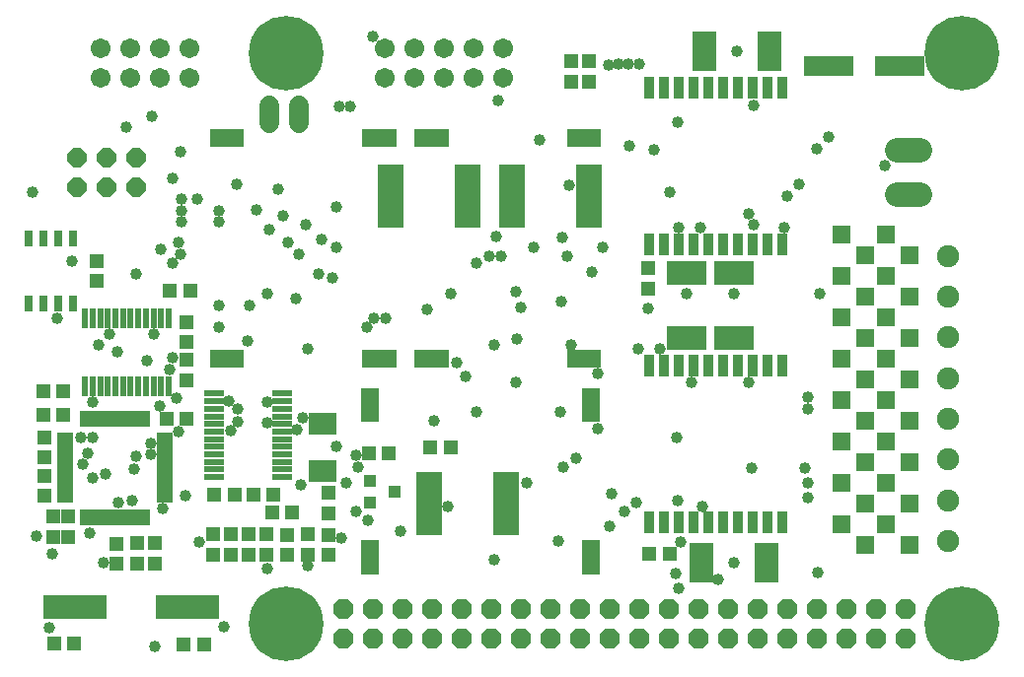
<source format=gbr>
G04 EAGLE Gerber RS-274X export*
G75*
%MOMM*%
%FSLAX34Y34*%
%LPD*%
%AMOC8*
5,1,8,0,0,1.08239X$1,22.5*%
G01*
%ADD10R,1.303200X1.203200*%
%ADD11R,2.203200X5.503200*%
%ADD12R,1.253200X1.283200*%
%ADD13R,2.363200X1.983200*%
%ADD14R,1.283200X1.253200*%
%ADD15R,2.003200X3.403200*%
%ADD16R,3.403200X2.003200*%
%ADD17R,1.603200X1.603200*%
%ADD18R,0.483200X1.403200*%
%ADD19R,1.403200X0.483200*%
%ADD20R,5.537200X2.133600*%
%ADD21R,1.203200X1.303200*%
%ADD22R,1.676400X0.558800*%
%ADD23R,0.558800X1.676400*%
%ADD24R,4.203200X1.803200*%
%ADD25C,1.711200*%
%ADD26C,1.903200*%
%ADD27C,2.108200*%
%ADD28C,6.403200*%
%ADD29P,1.869504X8X202.500000*%
%ADD30R,1.511200X1.511200*%
%ADD31R,0.803200X1.403200*%
%ADD32R,0.838200X1.854200*%
%ADD33P,1.759533X8X22.500000*%
%ADD34R,1.103200X1.003200*%
%ADD35C,1.727200*%
%ADD36C,1.009600*%


D10*
X90170Y105020D03*
X90170Y88020D03*
X28100Y146440D03*
X28100Y163440D03*
D11*
X358160Y139700D03*
X424160Y139700D03*
D12*
X359550Y187960D03*
X377050Y187960D03*
D13*
X266700Y167660D03*
X266700Y208360D03*
D11*
X391140Y403860D03*
X325140Y403860D03*
D14*
X495300Y501790D03*
X495300Y519290D03*
D11*
X495280Y403860D03*
X429280Y403860D03*
D14*
X480060Y501790D03*
X480060Y519290D03*
D15*
X650300Y528320D03*
X594300Y528320D03*
D16*
X579120Y281880D03*
X579120Y337880D03*
D15*
X647760Y88900D03*
X591760Y88900D03*
D16*
X619760Y281880D03*
X619760Y337880D03*
D14*
X172720Y112890D03*
X172720Y95390D03*
X187960Y112890D03*
X187960Y95390D03*
X203200Y112890D03*
X203200Y95390D03*
X218440Y112890D03*
X218440Y95390D03*
X271780Y148450D03*
X271780Y130950D03*
X546100Y341490D03*
X546100Y323990D03*
D12*
X547510Y96520D03*
X565010Y96520D03*
D10*
X236220Y112640D03*
X236220Y95640D03*
X271780Y95640D03*
X271780Y112640D03*
D14*
X254000Y112890D03*
X254000Y95390D03*
D17*
X712520Y335280D03*
X750520Y335280D03*
X712520Y370840D03*
X750520Y370840D03*
X712520Y264160D03*
X750520Y264160D03*
X712520Y299720D03*
X750520Y299720D03*
X770840Y317500D03*
X732840Y317500D03*
X770840Y353060D03*
X732840Y353060D03*
X770840Y246380D03*
X732840Y246380D03*
X770840Y281940D03*
X732840Y281940D03*
X712520Y193040D03*
X750520Y193040D03*
X712520Y228600D03*
X750520Y228600D03*
X712520Y121920D03*
X750520Y121920D03*
X712520Y157480D03*
X750520Y157480D03*
X770840Y175260D03*
X732840Y175260D03*
X770840Y210820D03*
X732840Y210820D03*
X770840Y104140D03*
X732840Y104140D03*
X770840Y139700D03*
X732840Y139700D03*
D18*
X61400Y127680D03*
X66400Y127680D03*
X71400Y127680D03*
X76400Y127680D03*
X81400Y127680D03*
X86400Y127680D03*
X91400Y127680D03*
X96400Y127680D03*
X101400Y127680D03*
X106400Y127680D03*
X111400Y127680D03*
X116400Y127680D03*
D19*
X131400Y142680D03*
X131400Y147680D03*
X131400Y152680D03*
X131400Y157680D03*
X131400Y162680D03*
X131400Y167680D03*
X131400Y172680D03*
X131400Y177680D03*
X131400Y182680D03*
X131400Y187680D03*
X131400Y192680D03*
X131400Y197680D03*
D18*
X116400Y212680D03*
X111400Y212680D03*
X106400Y212680D03*
X101400Y212680D03*
X96400Y212680D03*
X91400Y212680D03*
X86400Y212680D03*
X81400Y212680D03*
X76400Y212680D03*
X71400Y212680D03*
X66400Y212680D03*
X61400Y212680D03*
D19*
X46400Y197680D03*
X46400Y192680D03*
X46400Y187680D03*
X46400Y182680D03*
X46400Y177680D03*
X46400Y172680D03*
X46400Y167680D03*
X46400Y162680D03*
X46400Y157680D03*
X46400Y152680D03*
X46400Y147680D03*
X46400Y142680D03*
D14*
X123190Y105270D03*
X123190Y87770D03*
X107950Y105270D03*
X107950Y87770D03*
X48260Y128130D03*
X48260Y110630D03*
D12*
X132982Y212344D03*
X150482Y212344D03*
D14*
X35560Y128130D03*
X35560Y110630D03*
D20*
X150670Y50700D03*
X54150Y50700D03*
D12*
X36510Y19170D03*
X54010Y19170D03*
X165050Y18810D03*
X147550Y18810D03*
D21*
X44060Y215900D03*
X27060Y215900D03*
X44060Y236220D03*
X27060Y236220D03*
D10*
X27940Y179460D03*
X27940Y196460D03*
D22*
X232410Y162306D03*
X232410Y168910D03*
X232410Y175260D03*
X232410Y181864D03*
X232410Y188468D03*
X232410Y194818D03*
X232410Y201422D03*
X232410Y207772D03*
X232410Y214376D03*
X232410Y220980D03*
X232410Y227330D03*
X232410Y233934D03*
X173990Y233934D03*
X173990Y227330D03*
X173990Y220980D03*
X173990Y214376D03*
X173990Y207772D03*
X173990Y201422D03*
X173990Y194818D03*
X173990Y188468D03*
X173990Y181864D03*
X173990Y175260D03*
X173990Y168910D03*
X173990Y162306D03*
D12*
X241160Y132080D03*
X223660Y132080D03*
X174130Y147320D03*
X191630Y147320D03*
D21*
X224400Y147320D03*
X207400Y147320D03*
D23*
X134874Y298450D03*
X128270Y298450D03*
X121920Y298450D03*
X115316Y298450D03*
X108712Y298450D03*
X102362Y298450D03*
X95758Y298450D03*
X89408Y298450D03*
X82804Y298450D03*
X76200Y298450D03*
X69850Y298450D03*
X63246Y298450D03*
X63246Y240030D03*
X69850Y240030D03*
X76200Y240030D03*
X82804Y240030D03*
X89408Y240030D03*
X95758Y240030D03*
X102362Y240030D03*
X108712Y240030D03*
X115316Y240030D03*
X121920Y240030D03*
X128270Y240030D03*
X134874Y240030D03*
D12*
X136030Y322580D03*
X153530Y322580D03*
D14*
X149860Y245250D03*
X149860Y262750D03*
D10*
X149860Y295520D03*
X149860Y278520D03*
D24*
X701390Y515790D03*
X762390Y515790D03*
D25*
X421640Y530860D03*
X421640Y505460D03*
X396240Y530860D03*
X396240Y505460D03*
X370840Y530860D03*
X370840Y505460D03*
X345440Y530860D03*
X345440Y505460D03*
X320040Y530860D03*
X320040Y505460D03*
D26*
X803640Y107370D03*
X803640Y142370D03*
X803640Y177370D03*
X803640Y212370D03*
X803640Y247370D03*
X803640Y282370D03*
X803640Y317370D03*
X803640Y352370D03*
D27*
X779145Y405130D02*
X760095Y405130D01*
X760095Y443230D02*
X779145Y443230D01*
D25*
X152400Y530860D03*
X152400Y505460D03*
X127000Y530860D03*
X127000Y505460D03*
X101600Y530860D03*
X101600Y505460D03*
X76200Y530860D03*
X76200Y505460D03*
D28*
X815900Y526340D03*
X235900Y526340D03*
X235900Y36340D03*
X815900Y36340D03*
D29*
X767200Y49040D03*
X741800Y49040D03*
X716400Y49040D03*
X691000Y49040D03*
X665600Y49040D03*
X640200Y49040D03*
X767200Y23640D03*
X741800Y23640D03*
X716400Y23640D03*
X691000Y23640D03*
X665600Y23640D03*
X640200Y23640D03*
X614800Y49040D03*
X614800Y23640D03*
X589400Y49040D03*
X564000Y49040D03*
X538600Y49040D03*
X513200Y49040D03*
X487800Y49040D03*
X462400Y49040D03*
X589400Y23640D03*
X564000Y23640D03*
X538600Y23640D03*
X513200Y23640D03*
X487800Y23640D03*
X462400Y23640D03*
X437000Y49040D03*
X437000Y23640D03*
X411600Y49040D03*
X386200Y49040D03*
X360800Y49040D03*
X335400Y49040D03*
X310000Y49040D03*
X284600Y49040D03*
X411600Y23640D03*
X386200Y23640D03*
X360800Y23640D03*
X335400Y23640D03*
X310000Y23640D03*
X284600Y23640D03*
D30*
X322720Y263760D03*
X308720Y263760D03*
X178020Y263760D03*
X192020Y263760D03*
X178020Y453760D03*
X192020Y453760D03*
X322720Y453760D03*
X308720Y453760D03*
X498480Y263640D03*
X484480Y263640D03*
X353780Y263640D03*
X367780Y263640D03*
X353780Y453640D03*
X367780Y453640D03*
X498480Y453640D03*
X484480Y453640D03*
X307480Y86540D03*
X307480Y100540D03*
X307480Y231240D03*
X307480Y217240D03*
X497480Y231240D03*
X497480Y217240D03*
X497480Y86540D03*
X497480Y100540D03*
D31*
X15130Y311340D03*
X27830Y311340D03*
X40530Y311340D03*
X53230Y311340D03*
X53230Y367340D03*
X40530Y367340D03*
X27830Y367340D03*
X15130Y367340D03*
D21*
X72920Y347840D03*
X72920Y330840D03*
D32*
X661670Y496570D03*
X648970Y496570D03*
X636270Y496570D03*
X623570Y496570D03*
X610870Y496570D03*
X598170Y496570D03*
X585470Y496570D03*
X572770Y496570D03*
X560070Y496570D03*
X547370Y496570D03*
X547370Y361950D03*
X560070Y361950D03*
X572770Y361950D03*
X585470Y361950D03*
X598170Y361950D03*
X610870Y361950D03*
X623570Y361950D03*
X636270Y361950D03*
X648970Y361950D03*
X661670Y361950D03*
X661670Y257810D03*
X648970Y257810D03*
X636270Y257810D03*
X623570Y257810D03*
X610870Y257810D03*
X598170Y257810D03*
X585470Y257810D03*
X572770Y257810D03*
X560070Y257810D03*
X547370Y257810D03*
X547370Y123190D03*
X560070Y123190D03*
X572770Y123190D03*
X585470Y123190D03*
X598170Y123190D03*
X610870Y123190D03*
X623570Y123190D03*
X636270Y123190D03*
X648970Y123190D03*
X661670Y123190D03*
D33*
X55880Y411480D03*
X55880Y436880D03*
X81280Y411480D03*
X81280Y436880D03*
X106680Y411480D03*
X106680Y436880D03*
D34*
X307500Y159360D03*
X307500Y140360D03*
X328500Y149860D03*
D21*
X323460Y182880D03*
X306460Y182880D03*
D35*
X220980Y466090D02*
X220980Y481330D01*
X246380Y481330D02*
X246380Y466090D01*
D36*
X32338Y33020D03*
X182340Y33560D03*
X193040Y414020D03*
X619760Y320040D03*
X579120Y320040D03*
X619760Y88900D03*
X622300Y528320D03*
X693420Y320040D03*
X143256Y201168D03*
X35052Y96012D03*
X138684Y265176D03*
X497840Y338582D03*
X571754Y467106D03*
X551688Y443738D03*
X453644Y452120D03*
X377190Y320040D03*
X471932Y313182D03*
X433832Y280924D03*
X570992Y196342D03*
X469138Y107696D03*
X414782Y91440D03*
X334010Y116078D03*
X254000Y272288D03*
X91186Y270002D03*
X18034Y407162D03*
X123444Y16510D03*
X692150Y80010D03*
X520954Y516890D03*
X512318Y516636D03*
X529590Y516890D03*
X538480Y517144D03*
X565150Y406908D03*
X448564Y359664D03*
X472694Y368046D03*
X265938Y366776D03*
X138176Y419100D03*
X98552Y462534D03*
X116586Y262382D03*
X254000Y86360D03*
X219710Y83820D03*
X749808Y429768D03*
X228600Y409956D03*
X210312Y391668D03*
X51816Y347472D03*
X662940Y376428D03*
X637032Y379476D03*
X39624Y298704D03*
X70104Y196596D03*
X70104Y161544D03*
X149352Y146304D03*
X103632Y141732D03*
X135636Y254508D03*
X78740Y88900D03*
X67310Y114300D03*
X546100Y307340D03*
X574040Y106680D03*
X287020Y157480D03*
X680720Y170180D03*
X441960Y157480D03*
X635000Y170180D03*
X417576Y486156D03*
X416052Y368808D03*
X80772Y164592D03*
X120396Y472440D03*
X306324Y124968D03*
X248412Y155448D03*
X65532Y182880D03*
X74676Y275844D03*
X83820Y284988D03*
X513588Y120396D03*
X525780Y132588D03*
X144780Y441960D03*
X60960Y173736D03*
X91440Y140208D03*
X569976Y79248D03*
X536448Y140208D03*
X432816Y243840D03*
X390144Y248412D03*
X275844Y333756D03*
X202692Y278892D03*
X70104Y227076D03*
X606552Y74676D03*
X632460Y388620D03*
X233172Y387096D03*
X220980Y374904D03*
X59436Y196596D03*
X161036Y106426D03*
X295656Y132588D03*
X362712Y210312D03*
X409956Y352044D03*
X478536Y413004D03*
X637032Y481584D03*
X374904Y137160D03*
X502920Y204216D03*
X556260Y272796D03*
X282836Y110109D03*
X632460Y243840D03*
X437388Y307848D03*
X304800Y291084D03*
X128016Y358140D03*
X106680Y336804D03*
X106680Y179832D03*
X573024Y67056D03*
X129540Y135636D03*
X219456Y227076D03*
X219456Y320040D03*
X278892Y394716D03*
X530352Y446532D03*
X297180Y170688D03*
X473964Y170688D03*
X278892Y188976D03*
X484632Y178308D03*
X295656Y181356D03*
X515112Y147828D03*
X245364Y202692D03*
X414528Y275844D03*
X219456Y208788D03*
X321564Y298704D03*
X249936Y213360D03*
X420624Y352044D03*
X477012Y352044D03*
X591312Y376428D03*
X278892Y359664D03*
X573024Y376428D03*
X138684Y345948D03*
X399288Y345948D03*
X432816Y321564D03*
X537972Y272796D03*
X144780Y353568D03*
X246888Y353568D03*
X263652Y336804D03*
X382524Y260604D03*
X502920Y251460D03*
X583692Y243840D03*
X121920Y284988D03*
X178308Y291084D03*
X178308Y309372D03*
X204216Y309372D03*
X243840Y315468D03*
X310896Y298704D03*
X356616Y306324D03*
X399288Y217932D03*
X470916Y217932D03*
X592836Y137160D03*
X143256Y364236D03*
X237744Y364236D03*
X252984Y379476D03*
X507492Y359664D03*
X480060Y275844D03*
X571500Y141732D03*
X119380Y191198D03*
X187992Y202309D03*
X119844Y181610D03*
X194310Y209550D03*
X105156Y169164D03*
X194310Y220980D03*
X142087Y229870D03*
X186690Y227330D03*
X127000Y223520D03*
X690880Y444500D03*
X701040Y454660D03*
X665480Y403860D03*
X675640Y414020D03*
X683260Y220980D03*
X683260Y231140D03*
X683260Y144780D03*
X683260Y157480D03*
X290988Y480600D03*
X178530Y381572D03*
X145574Y381572D03*
X281400Y480600D03*
X178530Y391160D03*
X145574Y391160D03*
X309880Y541020D03*
X145574Y400748D03*
X159226Y400748D03*
X21336Y111252D03*
M02*

</source>
